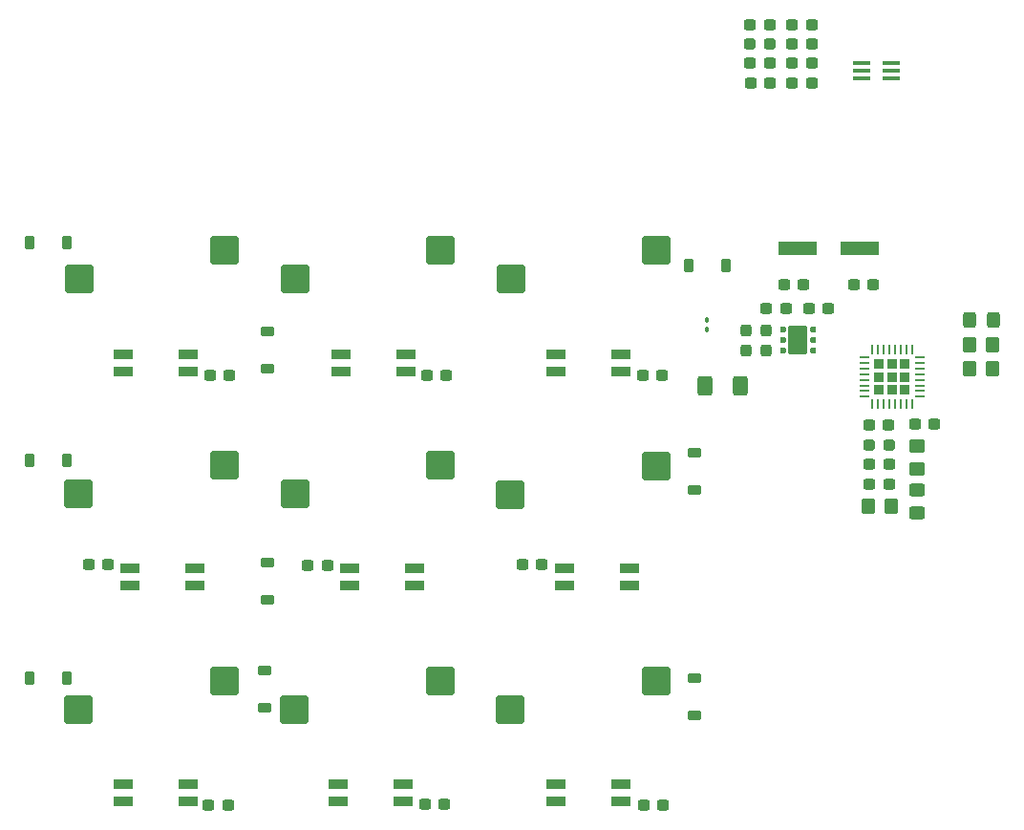
<source format=gbr>
%TF.GenerationSoftware,KiCad,Pcbnew,(7.0.0)*%
%TF.CreationDate,2023-06-18T19:08:54+02:00*%
%TF.ProjectId,Macro_Keyboard,4d616372-6f5f-44b6-9579-626f6172642e,rev?*%
%TF.SameCoordinates,Original*%
%TF.FileFunction,Paste,Bot*%
%TF.FilePolarity,Positive*%
%FSLAX46Y46*%
G04 Gerber Fmt 4.6, Leading zero omitted, Abs format (unit mm)*
G04 Created by KiCad (PCBNEW (7.0.0)) date 2023-06-18 19:08:54*
%MOMM*%
%LPD*%
G01*
G04 APERTURE LIST*
G04 Aperture macros list*
%AMRoundRect*
0 Rectangle with rounded corners*
0 $1 Rounding radius*
0 $2 $3 $4 $5 $6 $7 $8 $9 X,Y pos of 4 corners*
0 Add a 4 corners polygon primitive as box body*
4,1,4,$2,$3,$4,$5,$6,$7,$8,$9,$2,$3,0*
0 Add four circle primitives for the rounded corners*
1,1,$1+$1,$2,$3*
1,1,$1+$1,$4,$5*
1,1,$1+$1,$6,$7*
1,1,$1+$1,$8,$9*
0 Add four rect primitives between the rounded corners*
20,1,$1+$1,$2,$3,$4,$5,0*
20,1,$1+$1,$4,$5,$6,$7,0*
20,1,$1+$1,$6,$7,$8,$9,0*
20,1,$1+$1,$8,$9,$2,$3,0*%
%AMFreePoly0*
4,1,13,-0.225000,0.250000,0.225000,0.250000,0.225000,-0.092500,0.213011,-0.152773,0.178869,-0.203869,0.127773,-0.238011,0.067500,-0.250000,-0.067500,-0.250000,-0.127773,-0.238011,-0.178869,-0.203869,-0.213011,-0.152773,-0.225000,-0.092500,-0.225000,0.250000,-0.225000,0.250000,$1*%
G04 Aperture macros list end*
%ADD10RoundRect,0.250000X-1.025000X-1.000000X1.025000X-1.000000X1.025000X1.000000X-1.025000X1.000000X0*%
%ADD11RoundRect,0.237500X0.300000X0.237500X-0.300000X0.237500X-0.300000X-0.237500X0.300000X-0.237500X0*%
%ADD12R,1.800000X0.820000*%
%ADD13RoundRect,0.237500X-0.287500X-0.237500X0.287500X-0.237500X0.287500X0.237500X-0.287500X0.237500X0*%
%ADD14RoundRect,0.250000X-0.450000X0.350000X-0.450000X-0.350000X0.450000X-0.350000X0.450000X0.350000X0*%
%ADD15RoundRect,0.237500X-0.300000X-0.237500X0.300000X-0.237500X0.300000X0.237500X-0.300000X0.237500X0*%
%ADD16RoundRect,0.237500X0.237500X-0.300000X0.237500X0.300000X-0.237500X0.300000X-0.237500X-0.300000X0*%
%ADD17RoundRect,0.175000X0.700000X-1.075000X0.700000X1.075000X-0.700000X1.075000X-0.700000X-1.075000X0*%
%ADD18FreePoly0,270.000000*%
%ADD19FreePoly0,90.000000*%
%ADD20RoundRect,0.225000X-0.225000X-0.375000X0.225000X-0.375000X0.225000X0.375000X-0.225000X0.375000X0*%
%ADD21RoundRect,0.250000X-0.350000X-0.450000X0.350000X-0.450000X0.350000X0.450000X-0.350000X0.450000X0*%
%ADD22R,1.500000X0.400000*%
%ADD23RoundRect,0.250000X0.350000X0.450000X-0.350000X0.450000X-0.350000X-0.450000X0.350000X-0.450000X0*%
%ADD24RoundRect,0.225000X-0.375000X0.225000X-0.375000X-0.225000X0.375000X-0.225000X0.375000X0.225000X0*%
%ADD25RoundRect,0.232500X0.232500X-0.232500X0.232500X0.232500X-0.232500X0.232500X-0.232500X-0.232500X0*%
%ADD26RoundRect,0.062500X0.062500X-0.375000X0.062500X0.375000X-0.062500X0.375000X-0.062500X-0.375000X0*%
%ADD27RoundRect,0.062500X0.375000X-0.062500X0.375000X0.062500X-0.375000X0.062500X-0.375000X-0.062500X0*%
%ADD28RoundRect,0.225000X0.375000X-0.225000X0.375000X0.225000X-0.375000X0.225000X-0.375000X-0.225000X0*%
%ADD29RoundRect,0.250000X0.450000X-0.325000X0.450000X0.325000X-0.450000X0.325000X-0.450000X-0.325000X0*%
%ADD30R,3.500000X1.200000*%
%ADD31RoundRect,0.250000X-0.325000X-0.450000X0.325000X-0.450000X0.325000X0.450000X-0.325000X0.450000X0*%
%ADD32RoundRect,0.250000X0.400000X0.625000X-0.400000X0.625000X-0.400000X-0.625000X0.400000X-0.625000X0*%
%ADD33RoundRect,0.237500X0.287500X0.237500X-0.287500X0.237500X-0.287500X-0.237500X0.287500X-0.237500X0*%
%ADD34RoundRect,0.225000X0.225000X0.375000X-0.225000X0.375000X-0.225000X-0.375000X0.225000X-0.375000X0*%
%ADD35RoundRect,0.090000X0.090000X-0.139000X0.090000X0.139000X-0.090000X0.139000X-0.090000X-0.139000X0*%
G04 APERTURE END LIST*
D10*
%TO.C,SW8*%
X70872908Y-110020837D03*
X83799908Y-107480837D03*
%TD*%
%TO.C,SW9*%
X90018888Y-109990038D03*
X102945888Y-107450038D03*
%TD*%
%TO.C,SW4*%
X70930933Y-71822629D03*
X83857933Y-69282629D03*
%TD*%
%TO.C,SW7*%
X109184498Y-90931096D03*
X122111498Y-88391096D03*
%TD*%
%TO.C,SW2*%
X90072945Y-71819349D03*
X102999945Y-69279349D03*
%TD*%
%TO.C,SW10*%
X109143411Y-110022624D03*
X122070411Y-107482624D03*
%TD*%
%TO.C,SW3*%
X109198814Y-71817520D03*
X122125814Y-69277520D03*
%TD*%
%TO.C,SW5*%
X70900586Y-90871284D03*
X83827586Y-88331284D03*
%TD*%
%TO.C,SW6*%
X90059954Y-90883789D03*
X102986954Y-88343789D03*
%TD*%
D11*
%TO.C,C34*%
X84158306Y-118420676D03*
X82433306Y-118420676D03*
%TD*%
%TO.C,C32*%
X103473509Y-80351691D03*
X101748509Y-80351691D03*
%TD*%
D12*
%TO.C,SK6812MINI_E5*%
X100673999Y-97469974D03*
X100673999Y-98991634D03*
X94905999Y-97474043D03*
X94905999Y-98988142D03*
%TD*%
D13*
%TO.C,FB8*%
X130429618Y-51012591D03*
X132179618Y-51012591D03*
%TD*%
D12*
%TO.C,SK6812MINI_E9*%
X74839999Y-118143097D03*
X74839999Y-116621437D03*
X80607999Y-118139028D03*
X80607999Y-116624929D03*
%TD*%
D14*
%TO.C,R1*%
X145199748Y-86646000D03*
X145199748Y-88646000D03*
%TD*%
D15*
%TO.C,C5*%
X145046986Y-84715272D03*
X146771986Y-84715272D03*
%TD*%
%TO.C,C30*%
X71816399Y-97142232D03*
X73541399Y-97142232D03*
%TD*%
D16*
%TO.C,C3*%
X130078000Y-78117953D03*
X130078000Y-76392953D03*
%TD*%
D15*
%TO.C,C28*%
X91217493Y-97180758D03*
X92942493Y-97180758D03*
%TD*%
D17*
%TO.C,U2*%
X134650000Y-77216000D03*
D18*
X135949999Y-76265999D03*
X135949999Y-77215999D03*
X135949999Y-78165999D03*
D19*
X133349999Y-78165999D03*
X133349999Y-77215999D03*
X133349999Y-76265999D03*
%TD*%
D15*
%TO.C,C25*%
X110237878Y-97149779D03*
X111962878Y-97149779D03*
%TD*%
D11*
%TO.C,C10*%
X135882750Y-49277338D03*
X134157750Y-49277338D03*
%TD*%
%TO.C,C35*%
X103304376Y-118406550D03*
X101579376Y-118406550D03*
%TD*%
D12*
%TO.C,SK6812MINI_E3*%
X74839999Y-80043097D03*
X74839999Y-78521437D03*
X80607999Y-80039028D03*
X80607999Y-78524929D03*
%TD*%
D15*
%TO.C,C38*%
X130449083Y-54489204D03*
X132174083Y-54489204D03*
%TD*%
D11*
%TO.C,C36*%
X122706797Y-118432688D03*
X120981797Y-118432688D03*
%TD*%
D12*
%TO.C,SK6812MINI_E6*%
X119723999Y-97445112D03*
X119723999Y-98966772D03*
X113955999Y-97449181D03*
X113955999Y-98963280D03*
%TD*%
D20*
%TO.C,D10*%
X66548000Y-68580000D03*
X69848000Y-68580000D03*
%TD*%
D11*
%TO.C,C21*%
X141324500Y-72298872D03*
X139599500Y-72298872D03*
%TD*%
%TO.C,C31*%
X122600448Y-80359082D03*
X120875448Y-80359082D03*
%TD*%
%TO.C,C1*%
X133604000Y-74422000D03*
X131879000Y-74422000D03*
%TD*%
%TO.C,C6*%
X142719500Y-90027992D03*
X140994500Y-90027992D03*
%TD*%
D21*
%TO.C,R4*%
X149902328Y-77638448D03*
X151902328Y-77638448D03*
%TD*%
D22*
%TO.C,U5*%
X142940499Y-52689999D03*
X142940499Y-53339999D03*
X142940499Y-53989999D03*
X140280499Y-53989999D03*
X140280499Y-53339999D03*
X140280499Y-52689999D03*
%TD*%
D23*
%TO.C,R16*%
X151892000Y-79756000D03*
X149892000Y-79756000D03*
%TD*%
D12*
%TO.C,SK6812MINI_E7*%
X113193999Y-118143097D03*
X113193999Y-116621437D03*
X118961999Y-118139028D03*
X118961999Y-116624929D03*
%TD*%
D16*
%TO.C,C4*%
X131856000Y-78117953D03*
X131856000Y-76392953D03*
%TD*%
D11*
%TO.C,C33*%
X84287101Y-80340148D03*
X82562101Y-80340148D03*
%TD*%
D20*
%TO.C,D11*%
X66548000Y-87884000D03*
X69848000Y-87884000D03*
%TD*%
D12*
%TO.C,SK6812MINI_E1*%
X113193999Y-79994063D03*
X113193999Y-78472403D03*
X118961999Y-79989994D03*
X118961999Y-78475895D03*
%TD*%
D24*
%TO.C,D9*%
X87408926Y-106554000D03*
X87408926Y-109854000D03*
%TD*%
D25*
%TO.C,U1*%
X141852000Y-81652992D03*
X143002000Y-81652992D03*
X144152000Y-81652992D03*
X141852000Y-80502992D03*
X143002000Y-80502992D03*
X144152000Y-80502992D03*
X141852000Y-79352992D03*
X143002000Y-79352992D03*
X144152000Y-79352992D03*
D26*
X144752000Y-82940492D03*
X144252000Y-82940492D03*
X143752000Y-82940492D03*
X143252000Y-82940492D03*
X142752000Y-82940492D03*
X142252000Y-82940492D03*
X141752000Y-82940492D03*
X141252000Y-82940492D03*
D27*
X140564500Y-82252992D03*
X140564500Y-81752992D03*
X140564500Y-81252992D03*
X140564500Y-80752992D03*
X140564500Y-80252992D03*
X140564500Y-79752992D03*
X140564500Y-79252992D03*
X140564500Y-78752992D03*
D26*
X141252000Y-78065492D03*
X141752000Y-78065492D03*
X142252000Y-78065492D03*
X142752000Y-78065492D03*
X143252000Y-78065492D03*
X143752000Y-78065492D03*
X144252000Y-78065492D03*
X144752000Y-78065492D03*
D27*
X145439500Y-78752992D03*
X145439500Y-79252992D03*
X145439500Y-79752992D03*
X145439500Y-80252992D03*
X145439500Y-80752992D03*
X145439500Y-81252992D03*
X145439500Y-81752992D03*
X145439500Y-82252992D03*
%TD*%
D11*
%TO.C,C11*%
X135879125Y-51002468D03*
X134154125Y-51002468D03*
%TD*%
D12*
%TO.C,SK6812MINI_E4*%
X81233086Y-97443919D03*
X81233086Y-98965579D03*
X75465086Y-97447988D03*
X75465086Y-98962087D03*
%TD*%
D11*
%TO.C,C39*%
X132167093Y-52699954D03*
X130442093Y-52699954D03*
%TD*%
%TO.C,C12*%
X135886367Y-52702428D03*
X134161367Y-52702428D03*
%TD*%
D28*
%TO.C,D8*%
X87613873Y-100296384D03*
X87613873Y-96996384D03*
%TD*%
D29*
%TO.C,D1*%
X145188888Y-92577045D03*
X145188888Y-90527045D03*
%TD*%
D11*
%TO.C,C8*%
X142691043Y-84744292D03*
X140966043Y-84744292D03*
%TD*%
D28*
%TO.C,D7*%
X87630000Y-79756000D03*
X87630000Y-76456000D03*
%TD*%
D11*
%TO.C,C2*%
X137361000Y-74422000D03*
X135636000Y-74422000D03*
%TD*%
D24*
%TO.C,D6*%
X125476000Y-107188000D03*
X125476000Y-110488000D03*
%TD*%
D11*
%TO.C,C13*%
X135890000Y-54480044D03*
X134165000Y-54480044D03*
%TD*%
D15*
%TO.C,C42*%
X130425227Y-49301569D03*
X132150227Y-49301569D03*
%TD*%
D30*
%TO.C,Y1*%
X134625962Y-69087999D03*
X140125962Y-69087999D03*
%TD*%
D23*
%TO.C,R15*%
X142899500Y-91932992D03*
X140899500Y-91932992D03*
%TD*%
D31*
%TO.C,D2*%
X149904228Y-75477459D03*
X151954228Y-75477459D03*
%TD*%
D32*
%TO.C,R14*%
X129540000Y-81280000D03*
X126440000Y-81280000D03*
%TD*%
D33*
%TO.C,FB1*%
X142722388Y-86517594D03*
X140972388Y-86517594D03*
%TD*%
D12*
%TO.C,SK6812MINI_E8*%
X93889999Y-118143097D03*
X93889999Y-116621437D03*
X99657999Y-118139028D03*
X99657999Y-116624929D03*
%TD*%
D20*
%TO.C,D12*%
X66548000Y-107188000D03*
X69848000Y-107188000D03*
%TD*%
D15*
%TO.C,C20*%
X133420888Y-72283375D03*
X135145888Y-72283375D03*
%TD*%
D11*
%TO.C,C7*%
X142719500Y-88211932D03*
X140994500Y-88211932D03*
%TD*%
D12*
%TO.C,SK6812MINI_E2*%
X94143999Y-80043097D03*
X94143999Y-78521437D03*
X99911999Y-80039028D03*
X99911999Y-78524929D03*
%TD*%
D24*
%TO.C,D5*%
X125476000Y-87250000D03*
X125476000Y-90550000D03*
%TD*%
D34*
%TO.C,D4*%
X128270000Y-70612000D03*
X124970000Y-70612000D03*
%TD*%
D35*
%TO.C,C14*%
X126597594Y-76309810D03*
X126597594Y-75444810D03*
%TD*%
M02*

</source>
